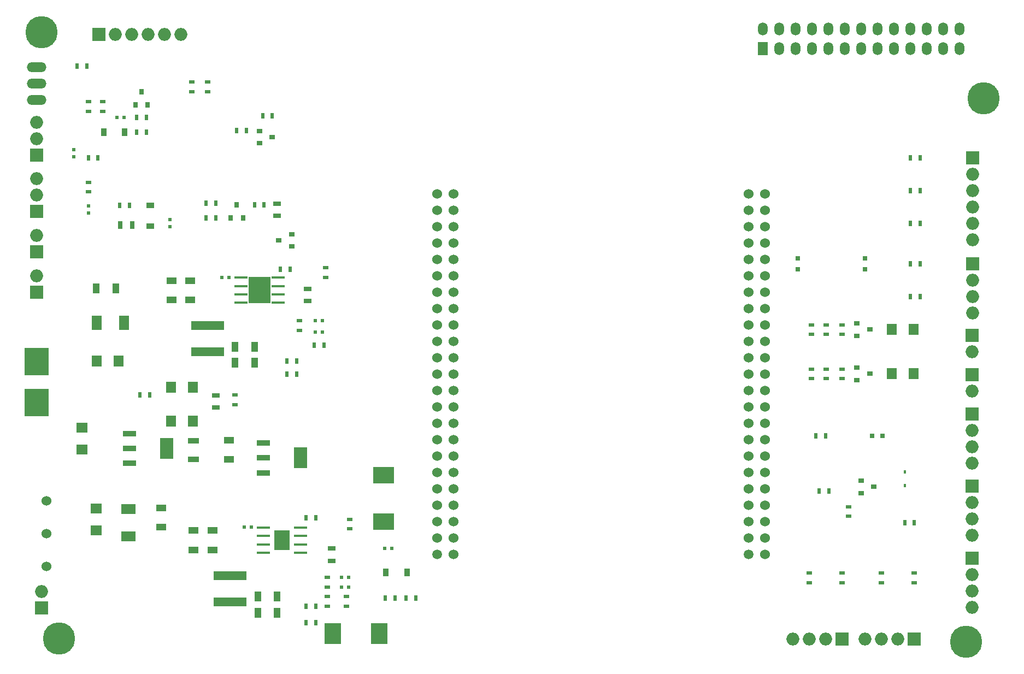
<source format=gts>
%FSLAX46Y46*%
G04 Gerber Fmt 4.6, Leading zero omitted, Abs format (unit mm)*
G04 Created by KiCad (PCBNEW (2014-jul-16 BZR unknown)-product) date Fri 02 Oct 2015 05:10:55 PM CEST*
%MOMM*%
G01*
G04 APERTURE LIST*
%ADD10C,0.100000*%
%ADD11R,0.600000X0.500000*%
%ADD12R,1.600000X1.000000*%
%ADD13R,1.000000X1.600000*%
%ADD14R,0.500000X0.600000*%
%ADD15R,2.600000X3.200000*%
%ADD16R,3.200000X2.600000*%
%ADD17R,0.910000X1.220000*%
%ADD18R,1.676400X1.524000*%
%ADD19R,1.524000X1.676400*%
%ADD20R,0.800000X0.800000*%
%ADD21R,0.450000X0.590000*%
%ADD22R,1.220000X0.910000*%
%ADD23R,3.810000X4.240000*%
%ADD24R,5.180000X1.430000*%
%ADD25R,5.200000X1.450000*%
%ADD26O,3.014980X1.506220*%
%ADD27R,0.900000X0.800000*%
%ADD28R,0.800000X0.900000*%
%ADD29R,0.500000X0.900000*%
%ADD30R,0.900000X0.500000*%
%ADD31C,1.524000*%
%ADD32C,1.500000*%
%ADD33R,2.150000X3.250000*%
%ADD34R,2.150000X0.950000*%
%ADD35O,1.998980X1.998980*%
%ADD36R,1.998980X1.998980*%
%ADD37R,2.400000X3.100000*%
%ADD38R,2.150000X0.450000*%
%ADD39R,1.300000X0.700000*%
%ADD40O,1.500000X2.000000*%
%ADD41R,1.500000X2.000000*%
%ADD42R,3.400000X4.100000*%
%ADD43R,0.700000X1.300000*%
%ADD44C,5.000000*%
%ADD45R,2.180000X1.620000*%
%ADD46R,1.620000X2.180000*%
%ADD47R,1.700000X0.900000*%
G04 APERTURE END LIST*
D10*
D11*
X119450000Y-121500000D03*
X120550000Y-121500000D03*
D12*
X89750000Y-118750000D03*
X89750000Y-121750000D03*
D11*
X98800000Y-118250000D03*
X97700000Y-118250000D03*
X112700000Y-127500000D03*
X113800000Y-127500000D03*
X112700000Y-126000000D03*
X113800000Y-126000000D03*
D13*
X99750000Y-129000000D03*
X102750000Y-129000000D03*
X99750000Y-131500000D03*
X102750000Y-131500000D03*
D12*
X86360000Y-80030000D03*
X86360000Y-83030000D03*
X89250000Y-80000000D03*
X89250000Y-83000000D03*
D13*
X96250000Y-92750000D03*
X99250000Y-92750000D03*
X96250000Y-90250000D03*
X99250000Y-90250000D03*
D14*
X86125000Y-71675000D03*
X86125000Y-70575000D03*
D15*
X118600000Y-134750000D03*
X111400000Y-134750000D03*
D16*
X119250000Y-117350000D03*
X119250000Y-110150000D03*
D17*
X122885000Y-125250000D03*
X119615000Y-125250000D03*
D18*
X74750000Y-115298200D03*
X74750000Y-118701800D03*
D19*
X74798200Y-92500000D03*
X78201800Y-92500000D03*
D20*
X183460000Y-78241000D03*
X183460000Y-76564000D03*
D19*
X201372800Y-94459000D03*
X197969200Y-94459000D03*
D21*
X200000000Y-111805000D03*
X200000000Y-109695000D03*
D20*
X194917000Y-104079000D03*
X196594000Y-104079000D03*
D19*
X86298200Y-101750000D03*
X89701800Y-101750000D03*
X86298200Y-96500000D03*
X89701800Y-96500000D03*
D22*
X83125000Y-68330000D03*
X83125000Y-71600000D03*
D20*
X193835000Y-78224000D03*
X193835000Y-76547000D03*
D19*
X201372800Y-87601000D03*
X197969200Y-87601000D03*
D23*
X65500000Y-92560000D03*
X65500000Y-98940000D03*
D24*
X95500000Y-125730000D03*
X95500000Y-129770000D03*
D25*
X92000000Y-86980000D03*
D24*
X92000000Y-91020000D03*
D26*
X65465000Y-46920000D03*
X65465000Y-49460000D03*
X65465000Y-52000000D03*
D27*
X192575000Y-93509000D03*
X192575000Y-95409000D03*
X194575000Y-94459000D03*
X193210000Y-111035000D03*
X193210000Y-112935000D03*
X195210000Y-111985000D03*
D28*
X95550000Y-70250000D03*
X97450000Y-70250000D03*
X96500000Y-68250000D03*
D27*
X105000000Y-74700000D03*
X105000000Y-72800000D03*
X103000000Y-73750000D03*
D28*
X80800000Y-52750000D03*
X82700000Y-52750000D03*
X81750000Y-50750000D03*
D27*
X192575000Y-86651000D03*
X192575000Y-88551000D03*
X194575000Y-87601000D03*
D29*
X119500000Y-129250000D03*
X121000000Y-129250000D03*
X122750000Y-129250000D03*
X124250000Y-129250000D03*
D30*
X114000000Y-118500000D03*
X114000000Y-117000000D03*
D29*
X107250000Y-116750000D03*
X108750000Y-116750000D03*
D30*
X110500000Y-126000000D03*
X110500000Y-127500000D03*
D29*
X107250000Y-133000000D03*
X108750000Y-133000000D03*
X108750000Y-130500000D03*
X107250000Y-130500000D03*
D30*
X113500000Y-130500000D03*
X113500000Y-129000000D03*
X110250000Y-79500000D03*
X110250000Y-78000000D03*
D29*
X103250000Y-78250000D03*
X104750000Y-78250000D03*
D30*
X106250000Y-86250000D03*
X106250000Y-87750000D03*
D29*
X104250000Y-94500000D03*
X105750000Y-94500000D03*
X105750000Y-92500000D03*
X104250000Y-92500000D03*
X108500000Y-90000000D03*
X110000000Y-90000000D03*
D30*
X185574000Y-95209000D03*
X185574000Y-93709000D03*
X187860000Y-93709000D03*
X187860000Y-95209000D03*
X190273000Y-93709000D03*
X190273000Y-95209000D03*
X73500000Y-53750000D03*
X73500000Y-52250000D03*
X75750000Y-53750000D03*
X75750000Y-52250000D03*
D29*
X200000000Y-117500000D03*
X201500000Y-117500000D03*
D30*
X190273000Y-126832000D03*
X190273000Y-125332000D03*
X201449000Y-126832000D03*
X201449000Y-125332000D03*
D29*
X202389500Y-60994500D03*
X200889500Y-60994500D03*
X71750000Y-46750000D03*
X73250000Y-46750000D03*
D30*
X73500000Y-66250000D03*
X73500000Y-64750000D03*
D29*
X202389500Y-66074500D03*
X200889500Y-66074500D03*
D30*
X185193000Y-126832000D03*
X185193000Y-125332000D03*
X196369000Y-126832000D03*
X196369000Y-125332000D03*
X89500000Y-49250000D03*
X89500000Y-50750000D03*
D29*
X73500000Y-61000000D03*
X75000000Y-61000000D03*
D30*
X92000000Y-49250000D03*
X92000000Y-50750000D03*
D29*
X202389500Y-71154500D03*
X200889500Y-71154500D03*
X188229000Y-112620000D03*
X186729000Y-112620000D03*
D30*
X191289000Y-115045000D03*
X191289000Y-116545000D03*
D29*
X186229000Y-104079000D03*
X187729000Y-104079000D03*
D30*
X96250000Y-97750000D03*
X96250000Y-99250000D03*
D29*
X83000000Y-97750000D03*
X81500000Y-97750000D03*
X93250000Y-68000000D03*
X91750000Y-68000000D03*
X93250000Y-70250000D03*
X91750000Y-70250000D03*
X100750000Y-68250000D03*
X99250000Y-68250000D03*
X79875000Y-68375000D03*
X78375000Y-68375000D03*
X202389500Y-77377500D03*
X200889500Y-77377500D03*
X202389500Y-82457500D03*
X200889500Y-82457500D03*
D30*
X185574000Y-88351000D03*
X185574000Y-86851000D03*
X187860000Y-86851000D03*
X187860000Y-88351000D03*
X190273000Y-86851000D03*
X190273000Y-88351000D03*
X110500000Y-129000000D03*
X110500000Y-130500000D03*
D31*
X67000000Y-119250000D03*
X67000000Y-124330000D03*
X67000000Y-114170000D03*
D32*
X175820400Y-122449800D03*
D31*
X178360400Y-66569800D03*
X175820400Y-66569800D03*
X178360400Y-69109800D03*
X175820400Y-69109800D03*
X178360400Y-71649800D03*
X175820400Y-71649800D03*
X178360400Y-86889800D03*
X178360400Y-74189800D03*
X175820400Y-74189800D03*
X175820400Y-112289800D03*
X175820400Y-114829800D03*
X175820400Y-117369800D03*
X175820400Y-119909800D03*
X175820400Y-76729800D03*
X175820400Y-79269800D03*
X178360400Y-76729800D03*
X178360400Y-79269800D03*
X178360400Y-81809800D03*
X178360400Y-84349800D03*
X178360400Y-89429800D03*
X175820400Y-81809800D03*
X178360400Y-91969800D03*
X178360400Y-94509800D03*
X175820400Y-84349800D03*
X178360400Y-97049800D03*
X175820400Y-86889800D03*
X178360400Y-99589800D03*
X175820400Y-89429800D03*
X178360400Y-102129800D03*
X175820400Y-91969800D03*
X178360400Y-104669800D03*
X175820400Y-94509800D03*
X178360400Y-107209800D03*
X175820400Y-97049800D03*
X178360400Y-109749800D03*
X175820400Y-99589800D03*
X178360400Y-112289800D03*
X175820400Y-102129800D03*
X178360400Y-114829800D03*
X175820400Y-104669800D03*
X178360400Y-117369800D03*
X175820400Y-107209800D03*
X178360400Y-119909800D03*
X175820400Y-109749800D03*
X178360400Y-122449800D03*
X130100400Y-122449800D03*
X127560400Y-109749800D03*
X130100400Y-119909800D03*
X127560400Y-107209800D03*
X130100400Y-117369800D03*
X127560400Y-104669800D03*
X130100400Y-114829800D03*
X127560400Y-102129800D03*
X130100400Y-112289800D03*
X127560400Y-99589800D03*
X130100400Y-109749800D03*
X127560400Y-97049800D03*
X130100400Y-107209800D03*
X127560400Y-94509800D03*
X130100400Y-104669800D03*
X127560400Y-91969800D03*
X130100400Y-102129800D03*
X127560400Y-89429800D03*
X130100400Y-99589800D03*
X127560400Y-86889800D03*
X130100400Y-97049800D03*
X127560400Y-84349800D03*
X130100400Y-94509800D03*
X130100400Y-91969800D03*
X127560400Y-81809800D03*
X130100400Y-89429800D03*
X130100400Y-84349800D03*
X130100400Y-81809800D03*
X130100400Y-79269800D03*
X130100400Y-76729800D03*
X127560400Y-79269800D03*
X127560400Y-76729800D03*
X127560400Y-119909800D03*
X127560400Y-117369800D03*
X127560400Y-114829800D03*
X127560400Y-112289800D03*
X127560400Y-74189800D03*
X130100400Y-74189800D03*
X130100400Y-86889800D03*
X127560400Y-71649800D03*
X130100400Y-71649800D03*
X127560400Y-69109800D03*
X130100400Y-69109800D03*
X127560400Y-66569800D03*
X130100400Y-66569800D03*
D32*
X127560400Y-122449800D03*
D33*
X106400000Y-107500000D03*
D34*
X100600000Y-105200000D03*
X100600000Y-107500000D03*
X100600000Y-109800000D03*
D35*
X65500000Y-79230000D03*
D36*
X65500000Y-81770000D03*
D35*
X210466000Y-97126000D03*
D36*
X210466000Y-94586000D03*
D35*
X66250000Y-128230000D03*
D36*
X66250000Y-130770000D03*
D35*
X210466000Y-108302000D03*
D36*
X210466000Y-100682000D03*
D35*
X210466000Y-103222000D03*
X210466000Y-105762000D03*
X210466000Y-130654000D03*
D36*
X210466000Y-123034000D03*
D35*
X210466000Y-125574000D03*
X210466000Y-128114000D03*
X82755000Y-41840000D03*
D36*
X75135000Y-41840000D03*
D35*
X77675000Y-41840000D03*
X80215000Y-41840000D03*
X85295000Y-41840000D03*
X87835000Y-41840000D03*
X210529500Y-68614500D03*
D36*
X210529500Y-60994500D03*
D35*
X210529500Y-63534500D03*
X210529500Y-66074500D03*
X210529500Y-71154500D03*
X210529500Y-73694500D03*
X210529500Y-84997500D03*
D36*
X210529500Y-77377500D03*
D35*
X210529500Y-79917500D03*
X210529500Y-82457500D03*
X182653000Y-135607000D03*
D36*
X190273000Y-135607000D03*
D35*
X187733000Y-135607000D03*
X185193000Y-135607000D03*
X65500000Y-64210000D03*
D36*
X65500000Y-69290000D03*
D35*
X65500000Y-66750000D03*
X193829000Y-135607000D03*
D36*
X201449000Y-135607000D03*
D35*
X198909000Y-135607000D03*
X196369000Y-135607000D03*
X210466000Y-119478000D03*
D36*
X210466000Y-111858000D03*
D35*
X210466000Y-114398000D03*
X210466000Y-116938000D03*
X65500000Y-55460000D03*
D36*
X65500000Y-60540000D03*
D35*
X65500000Y-58000000D03*
X210466000Y-91030000D03*
D36*
X210466000Y-88490000D03*
D35*
X65500000Y-72980000D03*
D36*
X65500000Y-75520000D03*
D12*
X84750000Y-115250000D03*
X84750000Y-118250000D03*
D37*
X103500000Y-120250000D03*
D38*
X106375000Y-119600000D03*
X106375000Y-118300000D03*
X106375000Y-120900000D03*
X106375000Y-122200000D03*
X100625000Y-122200000D03*
X100625000Y-120900000D03*
X100625000Y-119600000D03*
X100625000Y-118300000D03*
D12*
X92750000Y-118750000D03*
X92750000Y-121750000D03*
D39*
X111250000Y-121550000D03*
X111250000Y-123450000D03*
D40*
X208490000Y-44020000D03*
X208490000Y-40980000D03*
X205950000Y-40980000D03*
X205950000Y-44020000D03*
X203410000Y-44020000D03*
X203410000Y-40980000D03*
X200870000Y-40980000D03*
X200870000Y-44020000D03*
X198330000Y-44020000D03*
X198330000Y-40980000D03*
X195790000Y-40980000D03*
X195790000Y-44020000D03*
X193250000Y-44020000D03*
X193250000Y-40980000D03*
X190710000Y-40980000D03*
X190710000Y-44020000D03*
X188170000Y-44020000D03*
X188170000Y-40980000D03*
X185630000Y-40980000D03*
X185630000Y-44020000D03*
D41*
X178010000Y-44020000D03*
D40*
X178010000Y-40980000D03*
X180550000Y-44020000D03*
X180550000Y-40980000D03*
X183090000Y-44020000D03*
X183090000Y-40980000D03*
D42*
X100000000Y-81500000D03*
D38*
X102875000Y-80850000D03*
X102875000Y-79550000D03*
X102875000Y-82150000D03*
X102875000Y-83450000D03*
X97125000Y-83450000D03*
X97125000Y-82150000D03*
X97125000Y-80850000D03*
X97125000Y-79550000D03*
D13*
X74750000Y-81250000D03*
X77750000Y-81250000D03*
D11*
X95300000Y-79500000D03*
X94200000Y-79500000D03*
X108700000Y-86250000D03*
X109800000Y-86250000D03*
X108700000Y-88000000D03*
X109800000Y-88000000D03*
D39*
X107500000Y-81300000D03*
X107500000Y-83200000D03*
D43*
X80325000Y-71375000D03*
X78425000Y-71375000D03*
D44*
X66250000Y-41500000D03*
X209500000Y-136000000D03*
X69000000Y-135500000D03*
X212250000Y-51750000D03*
D39*
X102750000Y-69950000D03*
X102750000Y-68050000D03*
X93250000Y-99700000D03*
X93250000Y-97800000D03*
D11*
X79050000Y-54750000D03*
X77950000Y-54750000D03*
D17*
X75865000Y-57000000D03*
X79135000Y-57000000D03*
D27*
X100000000Y-56800000D03*
X100000000Y-58700000D03*
X102000000Y-57750000D03*
D29*
X98000000Y-56750000D03*
X96500000Y-56750000D03*
X102000000Y-54500000D03*
X100500000Y-54500000D03*
D14*
X73500000Y-68450000D03*
X73500000Y-69550000D03*
X71250000Y-60800000D03*
X71250000Y-59700000D03*
D45*
X79750000Y-119610000D03*
X79750000Y-115390000D03*
D46*
X79050000Y-86530000D03*
X74830000Y-86530000D03*
D18*
X72500000Y-102798200D03*
X72500000Y-106201800D03*
D47*
X89750000Y-104800000D03*
X89750000Y-107700000D03*
D29*
X81000000Y-54750000D03*
X82500000Y-54750000D03*
X82500000Y-57000000D03*
X81000000Y-57000000D03*
D12*
X95250000Y-107750000D03*
X95250000Y-104750000D03*
D33*
X85650000Y-106000000D03*
D34*
X79850000Y-103700000D03*
X79850000Y-106000000D03*
X79850000Y-108300000D03*
M02*

</source>
